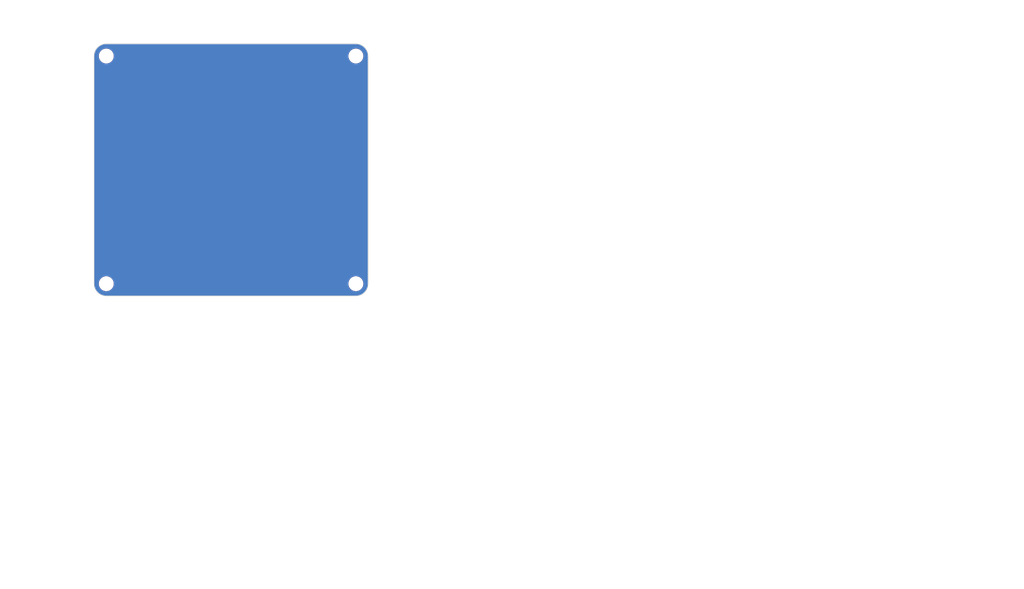
<source format=kicad_pcb>
(kicad_pcb (version 20241229) (generator "pcbnew") (generator_version "9.0")
  (layers (0 "F.Cu" signal) (2 "B.Cu" signal) (13 "F.Paste" user) (15 "B.Paste" user) (5 "F.SilkS" user "F.Silkscreen") (7 "B.SilkS" user "B.Silkscreen") (1 "F.Mask" user) (3 "B.Mask" user) (25 "Edge.Cuts" user))
  (net 0 "")
  (footprint "MountingHole:MountingHole_2.2mm_M2" (layer "F.Cu") (at 85.775 31.2)
    (property "Reference" "H7" (hide yes))
    (property "Value" "M2")
    (pad "" np_thru_hole circle (at 0 0) (size 2.2 2.2) (drill 2.2) (layers "*.Cu" "*.Mask"))
  )
  (footprint "MountingHole:MountingHole_2.2mm_M2" (layer "F.Cu") (at 85.775 72.386)
    (property "Reference" "H2" (hide yes))
    (property "Value" "M2")
    (pad "" np_thru_hole circle (at 0 0) (size 2.2 2.2) (drill 2.2) (layers "*.Cu" "*.Mask"))
  )
  (footprint "MountingHole:MountingHole_2.2mm_M2" (layer "F.Cu") (at 40.661 31.2)
    (property "Reference" "H6" (hide yes))
    (property "Value" "M2")
    (pad "" np_thru_hole circle (at 0 0) (size 2.2 2.2) (drill 2.2) (layers "*.Cu" "*.Mask"))
  )
  (footprint "MountingHole:MountingHole_2.2mm_M2" (layer "F.Cu") (at 40.661 72.386)
    (property "Reference" "H1" (hide yes))
    (property "Value" "M2")
    (pad "" np_thru_hole circle (at 0 0) (size 2.2 2.2) (drill 2.2) (layers "*.Cu" "*.Mask"))
  )
  (footprint "DreaM117er-keebLibrary:Trackpad_Cirque_TM040040" (layer "F.Cu") (at 63.218 99.493 -90)
    (property "Reference" "H5" (hide yes))
    (property "Value" "TM040040")
  )
  (gr_line (start 40.661 29) (end 85.775 29) (stroke (width 0.1)) (layer "Edge.Cuts"))
  (gr_arc (start 85.775 29) (mid 87.330635 29.644365) (end 87.975 31.2) (stroke (width 0.1)) (layer "Edge.Cuts"))
  (gr_line (start 38.461 31.2) (end 38.461 72.386) (stroke (width 0.1)) (layer "Edge.Cuts"))
  (gr_line (start 87.975 31.2) (end 87.975 72.386) (stroke (width 0.1)) (layer "Edge.Cuts"))
  (gr_arc (start 40.661 74.586) (mid 39.105365 73.941635) (end 38.461 72.386) (stroke (width 0.1)) (layer "Edge.Cuts"))
  (gr_arc (start 87.975 72.386) (mid 87.330635 73.941635) (end 85.775 74.586) (stroke (width 0.1)) (layer "Edge.Cuts"))
  (gr_line (start 85.775 74.586) (end 40.661 74.586) (stroke (width 0.1)) (layer "Edge.Cuts"))
  (gr_arc (start 38.461 31.2) (mid 39.105365 29.644365) (end 40.661 29) (stroke (width 0.1)) (layer "Edge.Cuts"))
  (zone (net 0) (net_name "") (layers "F.Cu" "B.Cu") (connect_pads (clearance 0.5)) (min_thickness 0.25) (fill yes (thermal_gap 0.5) (thermal_bridge_width 0.5))
    (polygon (pts (xy 34.85 25.54) (xy 34.85 127.419934) (xy 206.140897 127.649828) (xy 206.56 25.66)))
  )
)
</source>
